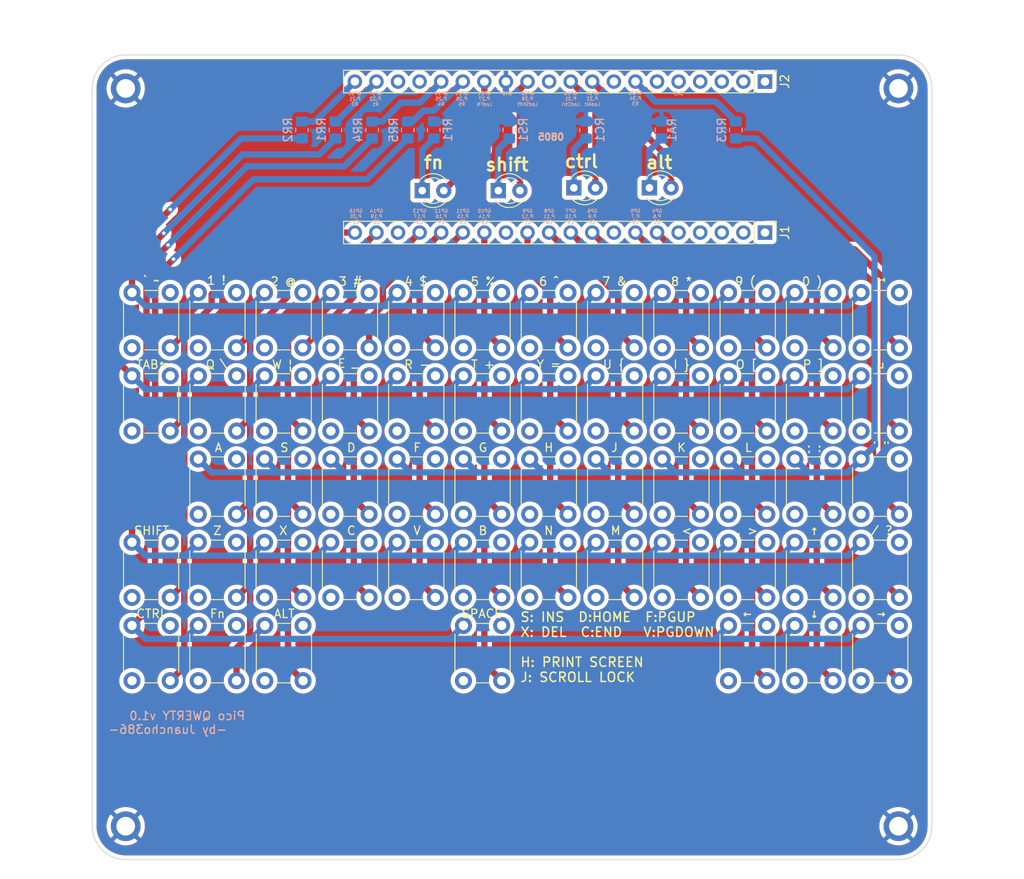
<source format=kicad_pcb>
(kicad_pcb (version 20211014) (generator pcbnew)
  (title_block (title "Pico QWERTY for Cyberdeck") (date "2024-12-02") (rev "v1.0") (comment 1 "by Juancho386") (comment 2 "https://github.com/juancho386/circuits/tree/main/cyberdeck"))
  (layers (0 "F.Cu" signal) (31 "B.Cu" signal) (34 "B.Paste" user) (35 "F.Paste" user) (36 "B.SilkS" user "B.Silkscreen") (37 "F.SilkS" user "F.Silkscreen") (38 "B.Mask" user) (39 "F.Mask" user) (44 "Edge.Cuts" user))
  (net 0 "")
  (net 1 "Net-(Dalt1-Pad1)")
  (net 2 "ledA")
  (net 3 "Net-(Dctrl1-Pad1)")
  (net 4 "ledC")
  (net 5 "3v3")
  (net 6 "c1")
  (net 7 "Net-(Dfn1-Pad1)")
  (net 8 "ledF")
  (net 9 "Net-(Dshift1-Pad1)")
  (net 10 "ledS")
  (net 11 "GND")
  (net 28 "cC")
  (net 29 "cB")
  (net 30 "cA")
  (net 31 "c9")
  (net 32 "c8")
  (net 33 "c7")
  (net 34 "c6")
  (net 35 "c5")
  (net 36 "c4")
  (net 37 "c3")
  (net 38 "c2")
  (net 39 "Net-(J2-Pad15)")
  (net 40 "Net-(J2-Pad16)")
  (net 41 "Net-(RR2-Pad1)")
  (net 42 "Net-(RR1-Pad1)")
  (net 43 "r1")
  (net 44 "r2")
  (net 45 "r3")
  (net 46 "r4")
  (net 47 "r5")
  (net 48 "Net-(RR3-Pad1)")
  (footprint "Button_Switch_THT:SW_PUSH_6mm" (layer "F.Cu") (at 110.144599 79.164 90)
    (fp_text reference "SW1" hide)
    (fp_text value "#1 !")
  )
  (footprint "Button_Switch_THT:SW_PUSH_6mm" (layer "F.Cu") (at 156.944599 79.164 90)
    (fp_text reference "SW7" hide)
    (fp_text value "#7 &")
  )
  (footprint "Button_Switch_THT:SW_PUSH_6mm" (layer "F.Cu") (at 125.744599 88.964 90)
    (fp_text reference "SWe1" hide)
    (fp_text value "E _")
  )
  (footprint "Button_Switch_THT:SW_PUSH_6mm" (layer "F.Cu") (at 133.544599 88.964 90)
    (fp_text reference "SWr1" hide)
    (fp_text value "R -")
  )
  (footprint "Button_Switch_THT:SW_PUSH_6mm" (layer "F.Cu") (at 141.344599 88.964 90)
    (fp_text reference "SWt1" hide)
    (fp_text value "T +")
  )
  (footprint "Button_Switch_THT:SW_PUSH_6mm" (layer "F.Cu") (at 117.944599 98.764 90)
    (fp_text reference "SWs1" hide)
    (fp_text value "S")
  )
  (footprint "Button_Switch_THT:SW_PUSH_6mm" (layer "F.Cu") (at 156.944599 98.764 90)
    (fp_text reference "SWj1" hide)
    (fp_text value "J")
  )
  (footprint "MountingHole:MountingHole_2.2mm_M2_ISO7380_Pad" (layer "F.Cu") (at 101.603588 48.626511)
    (fp_text reference "REF**" hide)
    (fp_text value "MountingHole_2.2mm_M2_ISO7380_Pad")
  )
  (footprint "Button_Switch_THT:SW_PUSH_6mm" (layer "F.Cu") (at 188.144599 79.164 90)
    (fp_text reference "SWdel1" hide)
    (fp_text value "BKPSPC")
  )
  (footprint "Button_Switch_THT:SW_PUSH_6mm" (layer "F.Cu") (at 164.744599 98.764 90)
    (fp_text reference "SWk1" hide)
    (fp_text value "K")
  )
  (footprint "Button_Switch_THT:SW_PUSH_6mm" (layer "F.Cu") (at 102.344599 118.364 90)
    (fp_text reference "SWctrl1" hide)
    (fp_text value "CTRL")
  )
  (footprint "Button_Switch_THT:SW_PUSH_6mm" (layer "F.Cu") (at 180.344599 79.164 90)
    (fp_text reference "SW0" hide)
    (fp_text value "#0 )")
  )
  (footprint "Button_Switch_THT:SW_PUSH_6mm" (layer "F.Cu") (at 117.942002 79.164 90)
    (fp_text reference "SW2" hide)
    (fp_text value "#2 @")
  )
  (footprint "Button_Switch_THT:SW_PUSH_6mm" (layer "F.Cu") (at 172.537404 118.364 90)
    (fp_text reference "SWleft1" hide)
    (fp_text value "←")
  )
  (footprint "Button_Switch_THT:SW_PUSH_6mm" (layer "F.Cu") (at 125.744599 79.164 90)
    (fp_text reference "SW3" hide)
    (fp_text value "#3 #")
  )
  (footprint "Button_Switch_THT:SW_PUSH_6mm" (layer "F.Cu") (at 164.744599 108.564 90)
    (fp_text reference "SWcoma1" hide)
    (fp_text value ", <")
  )
  (footprint "MountingHole:MountingHole_2.2mm_M2_ISO7380_Pad" (layer "F.Cu") (at 192.535588 48.626511)
    (fp_text reference "REF**" hide)
    (fp_text value "MountingHole_2.2mm_M2_ISO7380_Pad")
  )
  (footprint "Button_Switch_THT:SW_PUSH_6mm" (layer "F.Cu") (at 149.144599 79.164 90)
    (fp_text reference "SW6" hide)
    (fp_text value "#6 ^")
  )
  (footprint "LED_THT:LED_D3.0mm" (layer "F.Cu") (at 163.232599 60.335)
    (fp_text reference "Dalt1" hide)
    (fp_text value "ALT" hide)
  )
  (footprint "Button_Switch_THT:SW_PUSH_6mm" (layer "F.Cu") (at 172.544599 88.964 90)
    (fp_text reference "SWo1" hide)
    (fp_text value "O [")
  )
  (footprint "Button_Switch_THT:SW_PUSH_6mm" (layer "F.Cu") (at 180.344599 108.564 90)
    (fp_text reference "SWup1" hide)
    (fp_text value "↑")
  )
  (footprint "MountingHole:MountingHole_2.2mm_M2_ISO7380_Pad" (layer "F.Cu") (at 101.603588 135.494511)
    (fp_text reference "REF**" hide)
    (fp_text value "MountingHole_2.2mm_M2_ISO7380_Pad")
  )
  (footprint "Button_Switch_THT:SW_PUSH_6mm" (layer "F.Cu") (at 102.344599 88.964 90)
    (fp_text reference "SWtab1" hide)
    (fp_text value "TAB⇆")
  )
  (footprint "Button_Switch_THT:SW_PUSH_6mm" (layer "F.Cu") (at 117.973037 118.364 90)
    (fp_text reference "SWalt1" hide)
    (fp_text value "ALT")
  )
  (footprint "LED_THT:LED_D3.0mm" (layer "F.Cu") (at 145.452599 60.660044)
    (fp_text reference "Dshift1" hide)
    (fp_text value "SHIFT" hide)
  )
  (footprint "Button_Switch_THT:SW_PUSH_6mm" (layer "F.Cu") (at 141.344599 108.564 90)
    (fp_text reference "SWb1" hide)
    (fp_text value "B")
  )
  (footprint "Button_Switch_THT:SW_PUSH_6mm" (layer "F.Cu") (at 188.144599 98.764 90)
    (fp_text reference "SWdblquote1" hide)
    (fp_text value "' \"")
  )
  (footprint "Button_Switch_THT:SW_PUSH_6mm" (layer "F.Cu") (at 141.344599 118.364 90)
    (fp_text reference "SWspace1" hide)
    (fp_text value "SPACE")
  )
  (footprint "Button_Switch_THT:SW_PUSH_6mm" (layer "F.Cu") (at 110.144599 118.364 90)
    (fp_text reference "SWfn1" hide)
    (fp_text value "FN")
  )
  (footprint "Button_Switch_THT:SW_PUSH_6mm" (layer "F.Cu") (at 188.144599 108.564 90)
    (fp_text reference "SW/1" hide)
    (fp_text value "/ ?")
  )
  (footprint "Button_Switch_THT:SW_PUSH_6mm" (layer "F.Cu") (at 125.744599 98.764 90)
    (fp_text reference "SWd1" hide)
    (fp_text value "D")
  )
  (footprint "Button_Switch_THT:SW_PUSH_6mm" (layer "F.Cu") (at 164.744599 79.164 90)
    (fp_text reference "SW8" hide)
    (fp_text value "#8 *")
  )
  (footprint "Button_Switch_THT:SW_PUSH_6mm" (layer "F.Cu") (at 172.544599 98.764 90)
    (fp_text reference "SWl1" hide)
    (fp_text value "L")
  )
  (footprint "Button_Switch_THT:SW_PUSH_6mm" (layer "F.Cu") (at 125.744599 108.564 90)
    (fp_text reference "SWc1" hide)
    (fp_text value "C")
  )
  (footprint "Button_Switch_THT:SW_PUSH_6mm" (layer "F.Cu") (at 172.544599 79.164 90)
    (fp_text reference "SW9" hide)
    (fp_text value "#9 (")
  )
  (footprint "LED_THT:LED_D3.0mm" (layer "F.Cu") (at 136.494571 60.660044)
    (fp_text reference "Dfn1" hide)
    (fp_text value "FN" hide)
  )
  (footprint "Button_Switch_THT:SW_PUSH_6mm" (layer "F.Cu") (at 110.164061 88.964 90)
    (fp_text reference "SWq1" hide)
    (fp_text value "Q")
  )
  (footprint "Button_Switch_THT:SW_PUSH_6mm" (layer "F.Cu") (at 149.144599 88.964 90)
    (fp_text reference "SWy1" hide)
    (fp_text value "Y =")
  )
  (footprint "Button_Switch_THT:SW_PUSH_6mm" (layer "F.Cu") (at 110.144599 98.764 90)
    (fp_text reference "SWa1" hide)
    (fp_text value "A")
  )
  (footprint "Connector_PinHeader_2.54mm:PinHeader_1x20_P2.54mm_Vertical" (layer "F.Cu") (at 176.827647 65.598044 -90)
    (fp_text reference "J1")
    (fp_text value "Conn_01x20_MountingPin")
  )
  (footprint "MountingHole:MountingHole_2.2mm_M2_ISO7380_Pad" (layer "F.Cu") (at 192.535588 135.494511)
    (fp_text reference "REF**" hide)
    (fp_text value "MountingHole_2.2mm_M2_ISO7380_Pad")
  )
  (footprint "Button_Switch_THT:SW_PUSH_6mm" (layer "F.Cu") (at 141.344599 79.164 90)
    (fp_text reference "SW5" hide)
    (fp_text value "#5 %")
  )
  (footprint "Button_Switch_THT:SW_PUSH_6mm" (layer "F.Cu") (at 164.744599 88.964 90)
    (fp_text reference "SWi1" hide)
    (fp_text value "I |")
  )
  (footprint "Button_Switch_THT:SW_PUSH_6mm" (layer "F.Cu") (at 133.544599 79.164 90)
    (fp_text reference "SW4" hide)
    (fp_text value "#4 $")
  )
  (footprint "Button_Switch_THT:SW_PUSH_6mm" (layer "F.Cu") (at 149.144599 98.764 90)
    (fp_text reference "SWh1" hide)
    (fp_text value "H")
  )
  (footprint "Button_Switch_THT:SW_PUSH_6mm" (layer "F.Cu") (at 133.544599 108.564 90)
    (fp_text reference "SWv1" hide)
    (fp_text value "V")
  )
  (footprint "Button_Switch_THT:SW_PUSH_6mm" (layer "F.Cu") (at 102.344599 108.564 90)
    (fp_text reference "SWshift1" hide)
    (fp_text value "SHIFT")
  )
  (footprint "Button_Switch_THT:SW_PUSH_6mm" (layer "F.Cu") (at 117.944599 88.964 90)
    (fp_text reference "SWw1" hide)
    (fp_text value "W")
  )
  (footprint "Button_Switch_THT:SW_PUSH_6mm" (layer "F.Cu") (at 172.544599 108.564 90)
    (fp_text reference "SWpunto1" hide)
    (fp_text value ". >")
  )
  (footprint "Button_Switch_THT:SW_PUSH_6mm" (layer "F.Cu") (at 102.344599 79.164 90)
    (fp_text reference "SWquote1" hide)
    (fp_text value "` ~")
  )
  (footprint "Button_Switch_THT:SW_PUSH_6mm" (layer "F.Cu") (at 156.944599 108.564 90)
    (fp_text reference "SWm1" hide)
    (fp_text value "M")
  )
  (footprint "Button_Switch_THT:SW_PUSH_6mm" (layer "F.Cu") (at 180.34 118.364 90)
    (fp_text reference "SWdown1" hide)
    (fp_text value "↓")
  )
  (footprint "Button_Switch_THT:SW_PUSH_6mm" (layer "F.Cu") (at 188.144599 88.964 90)
    (fp_text reference "SWenter1" hide)
    (fp_text value "ENTER↲")
  )
  (footprint "Connector_PinHeader_2.54mm:PinHeader_1x20_P2.54mm_Vertical" (layer "F.Cu") (at 176.827647 47.818044 -90)
    (fp_text reference "J2")
    (fp_text value "Conn_01x20_MountingPin")
  )
  (footprint "Button_Switch_THT:SW_PUSH_6mm" (layer "F.Cu") (at 110.144599 108.564 90)
    (fp_text reference "SWz1" hide)
    (fp_text value "Z")
  )
  (footprint "Button_Switch_THT:SW_PUSH_6mm" (layer "F.Cu") (at 149.144599 108.564 90)
    (fp_text reference "SWn1" hide)
    (fp_text value "N")
  )
  (footprint "Button_Switch_THT:SW_PUSH_6mm" (layer "F.Cu") (at 188.142597 118.364 90)
    (fp_text reference "SWright1" hide)
    (fp_text value "→")
  )
  (footprint "Button_Switch_THT:SW_PUSH_6mm" (layer "F.Cu") (at 180.344599 88.964 90)
    (fp_text reference "SWp1" hide)
    (fp_text value "P ]")
  )
  (footprint "LED_THT:LED_D3.0mm" (layer "F.Cu") (at 154.342599 60.335)
    (fp_text reference "Dctrl1" hide)
    (fp_text value "CTRL" hide)
  )
  (footprint "Button_Switch_THT:SW_PUSH_6mm" (layer "F.Cu") (at 156.944599 88.964 90)
    (fp_text reference "SWu1" hide)
    (fp_text value "U \\")
  )
  (footprint "Button_Switch_THT:SW_PUSH_6mm" (layer "F.Cu") (at 133.544599 98.764 90)
    (fp_text reference "SWf1" hide)
    (fp_text value "F")
  )
  (footprint "Button_Switch_THT:SW_PUSH_6mm" (layer "F.Cu") (at 117.944599 108.564 90)
    (fp_text reference "SWx1" hide)
    (fp_text value "X")
  )
  (footprint "Button_Switch_THT:SW_PUSH_6mm" (layer "F.Cu") (at 180.344599 98.764 90)
    (fp_text reference "SWpuntoycoma1" hide)
    (fp_text value "; :")
  )
  (footprint "Button_Switch_THT:SW_PUSH_6mm" (layer "F.Cu") (at 141.344599 98.764 90)
    (fp_text reference "SWg1" hide)
    (fp_text value "G")
  )
  (footprint "Resistor_SMD:R_0805_2012Metric_Pad1.20x1.40mm_HandSolder" (layer "B.Cu") (at 155.766647 53.518 90)
    (fp_text reference "RC1")
    (fp_text value "330Ω")
  )
  (footprint "Resistor_SMD:R_0805_2012Metric_Pad1.20x1.40mm_HandSolder" (layer "B.Cu") (at 122.343599 53.518 -90)
    (fp_text reference "RR2")
    (fp_text value "R")
  )
  (footprint "Resistor_SMD:R_0805_2012Metric_Pad1.20x1.40mm_HandSolder" (layer "B.Cu") (at 173.397599 53.518 -90)
    (fp_text reference "RR3")
    (fp_text value "R")
  )
  (footprint "Resistor_SMD:R_0805_2012Metric_Pad1.20x1.40mm_HandSolder" (layer "B.Cu") (at 126.280599 53.518 -90)
    (fp_text reference "RR1")
    (fp_text value "R")
  )
  (footprint "Resistor_SMD:R_0805_2012Metric_Pad1.20x1.40mm_HandSolder" (layer "B.Cu") (at 137.859647 53.518 90)
    (fp_text reference "RF1")
    (fp_text value "330Ω")
  )
  (footprint "Resistor_SMD:R_0805_2012Metric_Pad1.20x1.40mm_HandSolder" (layer "B.Cu") (at 134.789599 53.518 -90)
    (fp_text reference "RR5")
    (fp_text value "330ohn")
  )
  (footprint "Resistor_SMD:R_0805_2012Metric_Pad1.20x1.40mm_HandSolder" (layer "B.Cu") (at 146.733647 53.518 90)
    (fp_text reference "RS1")
    (fp_text value "330Ω")
  )
  (footprint "Resistor_SMD:R_0805_2012Metric_Pad1.20x1.40mm_HandSolder" (layer "B.Cu") (at 164.656647 53.518 90)
    (fp_text reference "RA1")
    (fp_text value "330Ω")
  )
  (footprint "Resistor_SMD:R_0805_2012Metric_Pad1.20x1.40mm_HandSolder" (layer "B.Cu") (at 130.598599 53.518 -90)
    (fp_text reference "RR4")
    (fp_text value "R")
  )
  (gr_line locked (start 191.773588 44.689511) (end 102.238588 44.689511) (layer "Edge.Cuts") (width 0.1))
  (gr_arc (start 192.535588 44.689511) (mid 195.319467 45.842632) (end 196.472588 48.626511) (layer "Edge.Cuts") (width 0.1))
  (gr_line (start 97.666588 48.626511) (end 97.666588 135.494511) (layer "Edge.Cuts") (width 0.1))
  (gr_line (start 192.535588 44.689511) (end 191.773588 44.689511) (layer "Edge.Cuts") (width 0.1))
  (gr_arc (start 101.603588 139.431511) (mid 98.819709 138.27839) (end 97.666588 135.494511) (layer "Edge.Cuts") (width 0.1))
  (gr_arc (start 196.472588 135.494511) (mid 195.319467 138.27839) (end 192.535588 139.431511) (layer "Edge.Cuts") (width 0.1))
  (gr_line locked (start 101.603588 44.689511) (end 102.238588 44.689511) (layer "Edge.Cuts") (width 0.1))
  (gr_line (start 196.472588 135.494511) (end 196.472588 48.626511) (layer "Edge.Cuts") (width 0.1))
  (gr_line (start 101.603588 139.431511) (end 192.535588 139.431511) (layer "Edge.Cuts") (width 0.1))
  (gr_arc locked (start 97.666588 48.626511) (mid 98.819709 45.842632) (end 101.603588 44.689511) (layer "Edge.Cuts") (width 0.1))
  (gr_text "GND" (at 146.479647 49.215044) (layer "B.SilkS") (effects (font (size 0.4 0.4) (thickness 0.075)) (justify mirror)))
  (gr_text "GP13\nP.17\nC3" (at 136.192647 63.693044) (layer "B.SilkS") (effects (font (size 0.4 0.4) (thickness 0.075)) (justify mirror)))
  (gr_text "GP16\nP.21\nR2" (at 128.572647 49.850044) (layer "B.SilkS") (effects (font (size 0.4 0.4) (thickness 0.075)) (justify mirror)))
  (gr_text "GP15\nP.20\nC1" (at 128.699647 63.693044) (layer "B.SilkS") (effects (font (size 0.4 0.4) (thickness 0.075)) (justify mirror)))
  (gr_text "GP9\nP.12\nC7" (at 148.892647 63.693044) (layer "B.SilkS") (effects (font (size 0.4 0.4) (thickness 0.075)) (justify mirror)))
  (gr_text "GP20\nP.26\nR5" (at 141.145647 49.850044) (layer "B.SilkS") (effects (font (size 0.4 0.4) (thickness 0.075)) (justify mirror)))
  (gr_text "GP26\nP.31\nLedCtrl" (at 153.972647 49.850044) (layer "B.SilkS") (effects (font (size 0.4 0.4) (thickness 0.075)) (justify mirror)))
  (gr_text "GP12\nP.16\nC4" (at 138.732647 63.693044) (layer "B.SilkS") (effects (font (size 0.4 0.4) (thickness 0.075)) (justify mirror)))
  (gr_text "GP8\nP.11\nC8" (at 151.432647 63.693044) (layer "B.SilkS") (effects (font (size 0.4 0.4) (thickness 0.075)) (justify mirror)))
  (gr_text "GP21\nP.27\nLedFN" (at 143.812647 49.850044) (layer "B.SilkS") (effects (font (size 0.4 0.4) (thickness 0.075)) (justify mirror)))
  (gr_text "GP5\nP.7\nCB" (at 161.592647 63.693044) (layer "B.SilkS") (effects (font (size 0.4 0.4) (thickness 0.075)) (justify mirror)))
  (gr_text "GP7\nP.10\nC9" (at 153.972647 63.693044) (layer "B.SilkS") (effects (font (size 0.4 0.4) (thickness 0.075)) (justify mirror)))
  (gr_text "GP28\nP.34\nR3" (at 161.586599 49.794) (layer "B.SilkS") (effects (font (size 0.4 0.4) (thickness 0.075)) (justify mirror)))
  (gr_text "GP11\nP.15\nC5" (at 141.272647 63.693044) (layer "B.SilkS") (effects (font (size 0.4 0.4) (thickness 0.075)) (justify mirror)))
  (gr_text "GP22\nP.29\nLedShift" (at 148.892647 49.850044) (layer "B.SilkS") (effects (font (size 0.4 0.4) (thickness 0.075)) (justify mirror)))
  (gr_text "GP14\nP.19\nC2" (at 131.112647 63.693044) (layer "B.SilkS") (effects (font (size 0.4 0.4) (thickness 0.075)) (justify mirror)))
  (gr_text "GP4\nP.6\nCC" (at 164.132647 63.693044) (layer "B.SilkS") (effects (font (size 0.4 0.4) (thickness 0.075)) (justify mirror)))
  (gr_text "0805" (at 151.641588 54.341511) (layer "B.SilkS") (effects (font (size 0.8 0.8) (thickness 0.2)) (justify mirror)))
  (gr_text "GP27\nP.32\nLedAlt" (at 156.512647 49.850044) (layer "B.SilkS") (effects (font (size 0.4 0.4) (thickness 0.075)) (justify mirror)))
  (gr_text "GP6\nP.9\nCA" (at 156.512647 63.693044) (layer "B.SilkS") (effects (font (size 0.4 0.4) (thickness 0.075)) (justify mirror)))
  (gr_text "GP17\nP.22\nR1" (at 130.985647 49.850044) (layer "B.SilkS") (effects (font (size 0.4 0.4) (thickness 0.075)) (justify mirror)))
  (gr_text "3v3" (at 166.672647 49.215044) (layer "B.SilkS") (effects (font (size 0.4 0.4) (thickness 0.075)) (justify mirror)))
  (gr_text "Pico QWERTY v1.0\n      -by Juancho386-" (at 108.842588 123.302511) (layer "B.SilkS") (effects (font (size 1 1)) (justify mirror)))
  (gr_text "GP19\nP.25\nR4" (at 138.732647 49.850044) (layer "B.SilkS") (effects (font (size 0.4 0.4) (thickness 0.075)) (justify mirror)))
  (gr_text "GP10\nP.14\nC6" (at 143.812647 63.693044) (layer "B.SilkS") (effects (font (size 0.4 0.4) (thickness 0.075)) (justify mirror)))
  (gr_text "S: INS  D:HOME  F:PGUP\nX: DEL  C:END   V:PGDOWN\n\nH: PRINT SCREEN\nJ: SCROLL LOCK" (at 147.958588 114.412511) (layer "F.SilkS") (effects (font (size 1.1 1.1) (thickness 0.175)) (justify left)))
  (gr_text "/ ?" (at 190.503588 100.696511) (layer "F.SilkS") (effects (font (size 1 1))))
  (gr_text "V" (at 135.893588 100.696511) (layer "F.SilkS") (effects (font (size 1 1))))
  (gr_text "2 @" (at 120.145588 71.359511) (layer "F.SilkS") (effects (font (size 1 1))))
  (gr_text "0 )" (at 182.375588 71.359511) (layer "F.SilkS") (effects (font (size 1 1))))
  (gr_text "K" (at 167.008588 90.917511) (layer "F.SilkS") (effects (font (size 1 1))))
  (gr_text "4 $" (at 135.766588 71.359511) (layer "F.SilkS") (effects (font (size 1 1))))
  (gr_text "5 %" (at 143.640588 71.359511) (layer "F.SilkS") (effects (font (size 1 1))))
  (gr_text "fn" (at 137.843647 57.343044) (layer "F.SilkS") (effects (font (size 1.5 1.5) (thickness 0.3))))
  (gr_text "8 *" (at 167.008588 71.359511) (layer "F.SilkS") (effects (font (size 1 1))))
  (gr_text "L" (at 174.882588 90.917511) (layer "F.SilkS") (effects (font (size 1 1))))
  (gr_text "1 !" (at 112.271588 71.232511) (layer "F.SilkS") (effects (font (size 1 1))))
  (gr_text "D" (at 128.146588 90.917511) (layer "F.SilkS") (effects (font (size 1 1))))
  (gr_text "A" (at 112.525588 90.917511) (layer "F.SilkS") (effects (font (size 1 1))))
  (gr_text "T +" (at 143.640588 81.138511) (layer "F.SilkS") (effects (font (size 1 1))))
  (gr_text "←" (at 174.755588 110.475511) (layer "F.SilkS") (effects (font (size 1 1))))
  (gr_text "R -" (at 135.893588 81.138511) (layer "F.SilkS") (effects (font (size 1 1))))
  (gr_text "; :" (at 182.629588 90.917511) (layer "F.SilkS") (effects (font (size 1 1))))
  (gr_text "SPACE" (at 143.513588 110.475511) (layer "F.SilkS") (effects (font (size 1 1))))
  (gr_text "CTRL" (at 104.651588 110.475511) (layer "F.SilkS") (effects (font (size 1 1))))
  (gr_text "Y =" (at 151.387588 81.138511) (layer "F.SilkS") (effects (font (size 1 1))))
  (gr_text "Q \\" (at 112.271588 81.138511) (layer "F.SilkS") (effects (font (size 1 1))))
  (gr_text "O [" (at 174.628588 81.138511) (layer "F.SilkS") (effects (font (size 1 1))))
  (gr_text "SHIFT" (at 104.651588 100.696511) (layer "F.SilkS") (effects (font (size 1 1))))
  (gr_text "TAB⇆" (at 104.778588 81.138511) (layer "F.SilkS") (effects (font (size 1 1))))
  (gr_text "↤" (at 190.503588 71.105511) (layer "F.SilkS") (effects (font (size 1 1))))
  (gr_text "3 #" (at 128.019588 71.359511) (layer "F.SilkS") (effects (font (size 1 1))))
  (gr_text "Fn" (at 112.398588 110.475511) (layer "F.SilkS") (effects (font (size 1 1))))
  (gr_text "ctrl" (at 155.242647 57.216044) (layer "F.SilkS") (effects (font (size 1.5 1.5) (thickness 0.3))))
  (gr_text "X" (at 120.145588 100.696511) (layer "F.SilkS") (effects (font (size 1 1))))
  (gr_text "shift" (at 146.479647 57.597044) (layer "F.SilkS") (effects (font (size 1.5 1.5) (thickness 0.3))))
  (gr_text "ALT" (at 120.272588 110.475511) (layer "F.SilkS") (effects (font (size 1 1))))
  (gr_text "Z" (at 112.398588 100.696511) (layer "F.SilkS") (effects (font (size 1 1))))
  (gr_text "C" (at 128.146588 100.696511) (layer "F.SilkS") (effects (font (size 1 1))))
  (gr_text "↑" (at 182.629588 100.696511) (layer "F.SilkS") (effects (font (size 1 1))))
  (gr_text "S" (at 120.272588 90.917511) (layer "F.SilkS") (effects (font (size 1 1))))
  (gr_text "alt" (at 164.386647 57.343044) (layer "F.SilkS") (effects (font (size 1.5 1.5) (thickness 0.3))))
  (gr_text "↲" (at 190.503588 81.265511) (layer "F.SilkS") (effects (font (size 1 1))))
  (gr_text "M" (at 159.261588 100.696511) (layer "F.SilkS") (effects (font (size 1 1))))
  (gr_text ". >" (at 174.755588 100.696511) (layer "F.SilkS") (effects (font (size 1 1))))
  (gr_text "F" (at 135.893588 90.917511) (layer "F.SilkS") (effects (font (size 1 1))))
  (gr_text "7 &" (at 159.134588 71.359511) (layer "F.SilkS") (effects (font (size 1 1))))
  (gr_text "B" (at 143.640588 100.696511) (layer "F.SilkS") (effects (font (size 1 1))))
  (gr_text "↓" (at 182.629588 110.475511) (layer "F.SilkS") (effects (font (size 1 1))))
  (gr_text "I }" (at 167.008588 81.138511) (layer "F.SilkS") (effects (font (size 1 1))))
  (gr_text "E _" (at 127.765588 81.011511) (layer "F.SilkS") (effects (font (size 1 1))))
  (gr_text "' {dblquote}" (at 190.503588 90.790511) (layer "F.SilkS") (effects (font (size 1 1))))
  (gr_text "U {" (at 159.007588 81.138511) (layer "F.SilkS") (effects (font (size 1 1))))
  (gr_text "→" (at 190.503588 110.475511) (layer "F.SilkS") (effects (font (size 1 1))))
  (gr_text "9 (" (at 174.501588 71.359511) (layer "F.SilkS") (effects (font (size 1 1))))
  (gr_text ", <" (at 167.008588 100.696511) (layer "F.SilkS") (effects (font (size 1 1))))
  (gr_text "P ]" (at 182.502588 81.138511) (layer "F.SilkS") (effects (font (size 1 1))))
  (gr_text "N" (at 151.387588 100.696511) (layer "F.SilkS") (effects (font (size 1 1))))
  (gr_text "G" (at 143.640588 90.917511) (layer "F.SilkS") (effects (font (size 1 1))))
  (gr_text "H" (at 151.387588 90.917511) (layer "F.SilkS") (effects (font (size 1 1))))
  (gr_text "6 ^" (at 151.387588 71.359511) (layer "F.SilkS") (effects (font (size 1 1))))
  (gr_text "W ¦" (at 120.018588 81.138511) (layer "F.SilkS") (effects (font (size 1 1))))
  (gr_text "J\n" (at 159.134588 90.917511) (layer "F.SilkS") (effects (font (size 1 1))))
  (segment (start 163.232599 55.942048) (end 164.656647 54.518) (width 0.75) (layer "B.Cu") (net 1))
  (segment (start 163.232599 60.335) (end 163.232599 55.942048) (width 0.75) (layer "B.Cu") (net 1))
  (segment (start 165.772599 57.082996) (end 156.507647 47.818044) (width 0.75) (layer "F.Cu") (net 2))
  (segment (start 165.772599 60.335) (end 165.772599 57.082996) (width 0.75) (layer "F.Cu") (net 2))
  (segment (start 154.342599 55.768) (end 154.342599 60.335) (width 0.75) (layer "B.Cu") (net 3))
  (segment (start 155.592599 54.518) (end 154.342599 55.768) (width 0.75) (layer "B.Cu") (net 3))
  (segment (start 155.766647 54.518) (end 155.592599 54.518) (width 0.75) (layer "B.Cu") (net 3))
  (segment (start 156.882599 50.732996) (end 153.967647 47.818044) (width 0.75) (layer "F.Cu") (net 4))
  (segment (start 156.882599 60.335) (end 156.882599 50.732996) (width 0.75) (layer "F.Cu") (net 4))
  (segment (start 108.500599 106.908) (end 108.500599 116.708) (width 0.75) (layer "F.Cu") (net 6))
  (segment (start 111.71911 72.864489) (end 118.985555 65.598044) (width 0.75) (layer "F.Cu") (net 6))
  (segment (start 108.500599 87.308) (end 108.500599 77.508) (width 0.75) (layer "F.Cu") (net 6))
  (segment (start 108.500599 116.708) (end 106.844599 118.364) (width 0.75) (layer "F.Cu") (net 6))
  (segment (start 118.985555 65.598044) (end 128.567647 65.598044) (width 0.75) (layer "F.Cu") (net 6))
  (segment (start 108.500599 77.508) (end 108.832099 77.1765) (width 0.75) (layer "F.Cu") (net 6))
  (segment (start 108.832099 77.1765) (end 111.71911 74.289489) (width 0.75) (layer "F.Cu") (net 6))
  (segment (start 108.500599 106.908) (end 106.844599 108.564) (width 0.75) (layer "F.Cu") (net 6))
  (segment (start 111.71911 74.289489) (end 111.71911 72.864489) (width 0.75) (layer "F.Cu") (net 6))
  (segment (start 106.844599 79.164) (end 108.832099 77.1765) (width 0.75) (layer "F.Cu") (net 6))
  (segment (start 106.844599 88.964) (end 108.500599 87.308) (width 0.75) (layer "F.Cu") (net 6))
  (segment (start 108.500599 87.308) (end 108.500599 106.908) (width 0.75) (layer "F.Cu") (net 6))
  (segment (start 136.494571 55.883076) (end 137.859647 54.518) (width 0.75) (layer "B.Cu") (net 7))
  (segment (start 136.494571 60.660044) (end 136.494571 55.883076) (width 0.75) (layer "B.Cu") (net 7))
  (segment (start 143.807647 55.886968) (end 143.807647 47.818044) (width 0.75) (layer "F.Cu") (net 8))
  (segment (start 139.034571 60.660044) (end 143.807647 55.886968) (width 0.75) (layer "F.Cu") (net 8))
  (segment (start 145.452599 55.799048) (end 146.733647 54.518) (width 0.75) (layer "B.Cu") (net 9))
  (segment (start 145.452599 60.660044) (end 145.452599 55.799048) (width 0.75) (layer "B.Cu") (net 9))
  (segment (start 147.992599 48.713092) (end 148.887647 47.818044) (width 0.75) (layer "F.Cu") (net 10))
  (segment (start 147.992599 60.660044) (end 147.992599 48.713092) (width 0.75) (layer "F.Cu") (net 10))
  (segment (start 155.766647 52.518) (end 164.656647 52.518) (width 0.75) (layer "B.Cu") (net 11))
  (segment (start 146.347647 51.316952) (end 146.347647 52.132) (width 0.75) (layer "B.Cu") (net 11))
  (segment (start 137.859647 52.518) (end 145.146599 52.518) (width 0.75) (layer "B.Cu") (net 11))
  (segment (start 146.358551 51.316952) (end 147.559599 52.518) (width 0.75) (layer "B.Cu") (net 11))
  (segment (start 146.347647 47.818044) (end 146.347647 51.316952) (width 0.75) (layer "B.Cu") (net 11))
  (segment (start 146.733647 52.518) (end 147.559599 52.518) (width 0.75) (layer "B.Cu") (net 11))
  (segment (start 147.559599 52.518) (end 155.766647 52.518) (width 0.75) (layer "B.Cu") (net 11))
  (segment (start 146.347647 52.274044) (end 146.733647 52.660044) (width 0.75) (layer "B.Cu") (net 11))
  (segment (start 146.347647 52.132) (end 146.733647 52.518) (width 0.75) (layer "B.Cu") (net 11))
  (segment (start 146.347647 51.316952) (end 146.358551 51.316952) (width 0.75) (layer "B.Cu") (net 11))
  (segment (start 145.146599 52.518) (end 146.347647 51.316952) (width 0.75) (layer "B.Cu") (net 11))
  (segment (start 145.146599 52.518) (end 146.733647 52.518) (width 0.75) (layer "B.Cu") (net 11))
  (segment (start 192.644599 88.964) (end 190.796599 87.116) (width 0.75) (layer "F.Cu") (net 28))
  (segment (start 164.127647 65.598044) (end 166.103603 67.574) (width 0.75) (layer "F.Cu") (net 28))
  (segment (start 190.796599 116.518002) (end 192.642597 118.364) (width 0.75) (layer "F.Cu") (net 28))
  (segment (start 166.103603 67.574) (end 187.367599 67.574) (width 0.75) (layer "F.Cu") (net 28))
  (segment (start 192.644599 108.564) (end 190.796599 106.716) (width 0.75) (layer "F.Cu") (net 28))
  (segment (start 190.796599 96.916) (end 190.796599 96.403) (width 0.75) (layer "F.Cu") (net 28))
  (segment (start 187.367599 67.574) (end 190.796599 71.003) (width 0.75) (layer "F.Cu") (net 28))
  (segment (start 190.796599 71.003) (end 190.796599 76.845) (width 0.75) (layer "F.Cu") (net 28))
  (segment (start 190.796599 87.386) (end 190.796599 86.243) (width 0.75) (layer "F.Cu") (net 28))
  (segment (start 190.796599 96.403) (end 190.796599 106.309) (width 0.75) (layer "F.Cu") (net 28))
  (segment (start 190.796599 106.309) (end 190.796599 116.518002) (width 0.75) (layer "F.Cu") (net 28))
  (segment (start 190.796599 76.845) (end 190.796599 77.316) (width 0.75) (layer "F.Cu") (net 28))
  (segment (start 192.644599 98.764) (end 190.796599 96.916) (width 0.75) (layer "F.Cu") (net 28))
  (segment (start 190.796599 87.116) (end 190.796599 86.243) (width 0.75) (layer "F.Cu") (net 28))
  (segment (start 190.796599 86.243) (end 190.796599 76.845) (width 0.75) (layer "F.Cu") (net 28))
  (segment (start 190.796599 77.316) (end 192.644599 79.164) (width 0.75) (layer "F.Cu") (net 28))
  (segment (start 190.796599 106.716) (end 190.796599 106.309) (width 0.75) (layer "F.Cu") (net 28))
  (segment (start 190.796599 87.386) (end 190.796599 96.403) (width 0.75) (layer "F.Cu") (net 28))
  (segment (start 182.922599 106.69) (end 182.922599 116.446599) (width 0.75) (layer "F.Cu") (net 29))
  (segment (start 182.922599 71.384) (end 182.922599 77.242) (width 0.75) (layer "F.Cu") (net 29))
  (segment (start 164.706603 68.717) (end 180.255599 68.717) (width 0.75) (layer "F.Cu") (net 29))
  (segment (start 182.922599 77.242) (end 182.922599 86.37) (width 0.75) (layer "F.Cu") (net 29))
  (segment (start 182.970599 106.69) (end 182.922599 106.69) (width 0.75) (layer "F.Cu") (net 29))
  (segment (start 182.922599 87.042) (end 182.922599 86.37) (width 0.75) (layer "F.Cu") (net 29))
  (segment (start 182.922599 96.784) (end 182.922599 106.69) (width 0.75) (layer "F.Cu") (net 29))
  (segment (start 184.844599 88.964) (end 182.922599 87.042) (width 0.75) (layer "F.Cu") (net 29))
  (segment (start 182.922599 116.446599) (end 184.84 118.364) (width 0.75) (layer "F.Cu") (net 29))
  (segment (start 182.922599 86.37) (end 182.922599 96.784) (width 0.75) (layer "F.Cu") (net 29))
  (segment (start 182.922599 77.242) (end 184.844599 79.164) (width 0.75) (layer "F.Cu") (net 29))
  (segment (start 161.587647 65.598044) (end 164.706603 68.717) (width 0.75) (layer "F.Cu") (net 29))
  (segment (start 184.844599 108.564) (end 182.970599 106.69) (width 0.75) (layer "F.Cu") (net 29))
  (segment (start 180.255599 68.717) (end 182.922599 71.384) (width 0.75) (layer "F.Cu") (net 29))
  (segment (start 182.922599 96.842) (end 182.922599 96.784) (width 0.75) (layer "F.Cu") (net 29))
  (segment (start 184.844599 98.764) (end 182.922599 96.842) (width 0.75) (layer "F.Cu") (net 29))
  (segment (start 164.253599 69.86) (end 172.635599 69.86) (width 0.75) (layer "F.Cu") (net 30))
  (segment (start 156.507647 65.598044) (end 158.483603 67.574) (width 0.75) (layer "F.Cu") (net 30))
  (segment (start 161.967599 67.574) (end 164.253599 69.86) (width 0.75) (layer "F.Cu") (net 30))
  (segment (start 175.302599 97.022) (end 175.302599 96.149) (width 0.75) (layer "F.Cu") (net 30))
  (segment (start 158.483603 67.574) (end 161.967599 67.574) (width 0.75) (layer "F.Cu") (net 30))
  (segment (start 175.302599 72.527) (end 175.302599 77.422) (width 0.75) (layer "F.Cu") (net 30))
  (segment (start 175.302599 96.149) (end 175.302599 105.801) (width 0.75) (layer "F.Cu") (net 30))
  (segment (start 177.044599 98.764) (end 175.302599 97.022) (width 0.75) (layer "F.Cu") (net 30))
  (segment (start 177.044599 108.564) (end 175.302599 106.822) (width 0.75) (layer "F.Cu") (net 30))
  (segment (start 175.302599 87.222) (end 175.302599 86.37) (width 0.75) (layer "F.Cu") (net 30))
  (segment (start 175.302599 77.422) (end 177.044599 79.164) (width 0.75) (layer "F.Cu") (net 30))
  (segment (start 175.302599 86.37) (end 175.302599 96.149) (width 0.75) (layer "F.Cu") (net 30))
  (segment (start 172.635599 69.86) (end 175.302599 72.527) (width 0.75) (layer "F.Cu") (net 30))
  (segment (start 175.302599 106.822) (end 175.302599 105.801) (width 0.75) (layer "F.Cu") (net 30))
  (segment (start 177.044599 88.964) (end 175.302599 87.222) (width 0.75) (layer "F.Cu") (net 30))
  (segment (start 175.302599 77.422) (end 175.302599 86.37) (width 0.75) (layer "F.Cu") (net 30))
  (segment (start 175.302599 105.801) (end 175.302599 116.629195) (width 0.75) (layer "F.Cu") (net 30))
  (segment (start 175.302599 116.629195) (end 177.037404 118.364) (width 0.75) (layer "F.Cu") (net 30))
  (segment (start 167.555599 87.275) (end 167.555599 86.751) (width 0.75) (layer "F.Cu") (net 31))
  (segment (start 169.244599 88.964) (end 167.555599 87.275) (width 0.75) (layer "F.Cu") (net 31))
  (segment (start 167.555599 86.751) (end 167.555599 76.718) (width 0.75) (layer "F.Cu") (net 31))
  (segment (start 161.459599 68.844) (end 163.425119 70.80952) (width 0.75) (layer "F.Cu") (net 31))
  (segment (start 167.555599 76.718) (end 167.555599 72.908) (width 0.75) (layer "F.Cu") (net 31))
  (segment (start 153.967647 65.598044) (end 157.213603 68.844) (width 0.75) (layer "F.Cu") (net 31))
  (segment (start 157.213603 68.844) (end 161.459599 68.844) (width 0.75) (layer "F.Cu") (net 31))
  (segment (start 169.244599 98.764) (end 167.555599 97.075) (width 0.75) (layer "F.Cu") (net 31))
  (segment (start 169.244599 79.164) (end 167.555599 77.475) (width 0.75) (layer "F.Cu") (net 31))
  (segment (start 167.555599 96.149) (end 167.555599 86.751) (width 0.75) (layer "F.Cu") (net 31))
  (segment (start 163.425119 70.80952) (end 165.457119 70.80952) (width 0.75) (layer "F.Cu") (net 31))
  (segment (start 167.555599 106.875) (end 167.555599 96.149) (width 0.75) (layer "F.Cu") (net 31))
  (segment (start 167.555599 72.908) (end 167.174599 72.527) (width 0.75) (layer "F.Cu") (net 31))
  (segment (start 167.555599 77.475) (end 167.555599 76.718) (width 0.75) (layer "F.Cu") (net 31))
  (segment (start 169.244599 108.564) (end 167.555599 106.875) (width 0.75) (layer "F.Cu") (net 31))
  (segment (start 167.555599 97.075) (end 167.555599 96.149) (width 0.75) (layer "F.Cu") (net 31))
  (segment (start 165.457119 70.80952) (end 167.174599 72.527) (width 0.75) (layer "F.Cu") (net 31))
  (segment (start 159.554599 96.874) (end 159.554599 95.768) (width 0.75) (layer "F.Cu") (net 32))
  (segment (start 156.252599 70.422996) (end 156.252599 70.495) (width 0.75) (layer "F.Cu") (net 32))
  (segment (start 159.554599 95.768) (end 159.554599 86.37) (width 0.75) (layer "F.Cu") (net 32))
  (segment (start 161.444599 108.564) (end 159.554599 106.674) (width 0.75) (layer "F.Cu") (net 32))
  (segment (start 156.252599 70.495) (end 157.002295 70.495) (width 0.75) (layer "F.Cu") (net 32))
  (segment (start 159.554599 76.845) (end 159.554599 73.047304) (width 0.75) (layer "F.Cu") (net 32))
  (segment (start 161.444599 79.164) (end 159.554599 77.274) (width 0.75) (layer "F.Cu") (net 32))
  (segment (start 159.554599 86.37) (end 159.554599 76.845) (width 0.75) (layer "F.Cu") (net 32))
  (segment (start 151.427647 65.598044) (end 156.252599 70.422996) (width 0.75) (layer "F.Cu") (net 32))
  (segment (start 159.554599 87.074) (end 159.554599 86.37) (width 0.75) (layer "F.Cu") (net 32))
  (segment (start 161.444599 88.964) (end 159.554599 87.074) (width 0.75) (layer "F.Cu") (net 32))
  (segment (start 161.444599 98.764) (end 159.554599 96.874) (width 0.75) (layer "F.Cu") (net 32))
  (segment (start 159.554599 106.674) (end 159.554599 95.768) (width 0.75) (layer "F.Cu") (net 32))
  (segment (start 157.002295 70.495) (end 158.659447 72.152152) (width 0.75) (layer "F.Cu") (net 32))
  (segment (start 159.554599 77.274) (end 159.554599 76.845) (width 0.75) (layer "F.Cu") (net 32))
  (segment (start 159.554599 73.047304) (end 158.659447 72.152152) (width 0.75) (layer "F.Cu") (net 32))
  (segment (start 153.644599 98.764) (end 151.553599 96.673) (width 0.75) (layer "F.Cu") (net 33))
  (segment (start 151.553599 86.116) (end 151.553599 96.276) (width 0.75) (layer "F.Cu") (net 33))
  (segment (start 151.553599 106.473) (end 153.644599 108.564) (width 0.75) (layer "F.Cu") (net 33))
  (segment (start 151.553599 96.673) (end 151.553599 96.276) (width 0.75) (layer "F.Cu") (net 33))
  (segment (start 151.553599 77.073) (end 153.644599 79.164) (width 0.75) (layer "F.Cu") (net 33))
  (segment (start 153.644599 88.964) (end 151.553599 86.873) (width 0.75) (layer "F.Cu") (net 33))
  (segment (start 151.553599 96.276) (end 151.553599 106.473) (width 0.75) (layer "F.Cu") (net 33))
  (segment (start 151.553599 77.073) (end 151.553599 86.116) (width 0.75) (layer "F.Cu") (net 33))
  (segment (start 151.553599 86.873) (end 151.553599 86.116) (width 0.75) (layer "F.Cu") (net 33))
  (segment (start 151.553599 72.654) (end 151.553599 77.073) (width 0.75) (layer "F.Cu") (net 33))
  (segment (start 148.887647 65.598044) (end 148.887647 69.988048) (width 0.75) (layer "F.Cu") (net 33))
  (segment (start 148.887647 69.988048) (end 151.553599 72.654) (width 0.75) (layer "F.Cu") (net 33))
  (segment (start 143.807647 86.876952) (end 143.807647 96.147952) (width 0.75) (layer "F.Cu") (net 34))
  (segment (start 143.807647 77.127048) (end 145.844599 79.164) (width 0.75) (layer "F.Cu") (net 34))
  (segment (start 143.807647 77.127048) (end 143.807647 86.876952) (width 0.75) (layer "F.Cu") (net 34))
  (segment (start 143.807647 96.727048) (end 143.807647 96.147952) (width 0.75) (layer "F.Cu") (net 34))
  (segment (start 143.807647 96.147952) (end 143.807647 105.672952) (width 0.75) (layer "F.Cu") (net 34))
  (segment (start 145.844599 108.564) (end 143.807647 106.527048) (width 0.75) (layer "F.Cu") (net 34))
  (segment (start 143.807647 76.465048) (end 143.807647 77.127048) (width 0.75) (layer "F.Cu") (net 34))
  (segment (start 143.807647 105.672952) (end 143.807647 116.327048) (width 0.75) (layer "F.Cu") (net 34))
  (segment (start 143.807647 86.927048) (end 143.807647 86.876952) (width 0.75) (layer "F.Cu") (net 34))
  (segment (start 143.807647 116.327048) (end 145.844599 118.364) (width 0.75) (layer "F.Cu") (net 34))
  (segment (start 145.844599 98.764) (end 143.807647 96.727048) (width 0.75) (layer "F.Cu") (net 34))
  (segment (start 145.844599 88.964) (end 143.807647 86.927048) (width 0.75) (layer "F.Cu") (net 34))
  (segment (start 143.807647 106.527048) (end 143.807647 105.672952) (width 0.75) (layer "F.Cu") (net 34))
  (segment (start 143.807647 76.465048) (end 143.807647 65.598044) (width 0.75) (layer "F.Cu") (net 34))
  (segment (start 136.186599 75.575) (end 136.186599 77.306) (width 0.75) (layer "F.Cu") (net 35))
  (segment (start 136.186599 95.768) (end 136.186599 106.706) (width 0.75) (layer "F.Cu") (net 35))
  (segment (start 136.186599 75.575) (end 136.186599 86.878) (width 0.75) (layer "F.Cu") (net 35))
  (segment (start 138.044599 98.764) (end 136.186599 96.906) (width 0.75) (layer "F.Cu") (net 35))
  (segment (start 136.186599 87.106) (end 136.186599 86.878) (width 0.75) (layer "F.Cu") (net 35))
  (segment (start 136.186599 77.306) (end 138.044599 79.164) (width 0.75) (layer "F.Cu") (net 35))
  (segment (start 136.186599 86.878) (end 136.186599 95.768) (width 0.75) (layer "F.Cu") (net 35))
  (segment (start 136.186599 106.706) (end 138.044599 108.564) (width 0.75) (layer "F.Cu") (net 35))
  (segment (start 136.186599 96.906) (end 136.186599 95.768) (width 0.75) (layer "F.Cu") (net 35))
  (segment (start 136.186599 70.679092) (end 141.267647 65.598044) (width 0.75) (layer "F.Cu") (net 35))
  (segment (start 136.186599 74.94) (end 136.186599 75.575) (width 0.75) (layer "F.Cu") (net 35))
  (segment (start 136.186599 74.522) (end 136.186599 74.94) (width 0.75) (layer "F.Cu") (net 35))
  (segment (start 138.044599 88.964) (end 136.186599 87.106) (width 0.75) (layer "F.Cu") (net 35))
  (segment (start 136.186599 74.94) (end 136.186599 70.679092) (width 0.75) (layer "F.Cu") (net 35))
  (segment (start 131.868599 74.178) (end 131.360599 74.686) (width 0.75) (layer "F.Cu") (net 36))
  (segment (start 130.244599 88.964) (end 128.439599 87.159) (width 0.75) (layer "F.Cu") (net 36))
  (segment (start 130.244599 79.164) (end 130.244599 75.802) (width 0.75) (layer "F.Cu") (net 36))
  (segment (start 136.370691 67.955) (end 136.026903 67.955) (width 0.75) (layer "F.Cu") (net 36))
  (segment (start 138.727647 65.598044) (end 136.370691 67.955) (width 0.75) (layer "F.Cu") (net 36))
  (segment (start 128.439599 95.895) (end 128.439599 86.624) (width 0.75) (layer "F.Cu") (net 36))
  (segment (start 130.244599 108.564) (end 128.439599 106.759) (width 0.75) (layer "F.Cu") (net 36))
  (segment (start 130.244599 75.802) (end 131.360599 74.686) (width 0.75) (layer "F.Cu") (net 36))
  (segment (start 136.026903 67.955) (end 131.868599 72.113304) (width 0.75) (layer "F.Cu") (net 36))
  (segment (start 130.244599 98.764) (end 128.439599 96.959) (width 0.75) (layer "F.Cu") (net 36))
  (segment (start 128.439599 96.959) (end 128.439599 95.895) (width 0.75) (layer "F.Cu") (net 36))
  (segment (start 128.439599 86.624) (end 128.439599 77.607) (width 0.75) (layer "F.Cu") (net 36))
  (segment (start 128.439599 106.759) (end 128.439599 98.308) (width 0.75) (layer "F.Cu") (net 36))
  (segment (start 128.439599 98.308) (end 128.439599 95.895) (width 0.75) (layer "F.Cu") (net 36))
  (segment (start 131.868599 72.113304) (end 131.868599 74.178) (width 0.75) (layer "F.Cu") (net 36))
  (segment (start 131.360599 74.686) (end 128.439599 77.607) (width 0.75) (layer "F.Cu") (net 36))
  (segment (start 128.439599 87.159) (end 128.439599 86.624) (width 0.75) (layer "F.Cu") (net 36))
  (segment (start 122.442002 79.164) (end 125.2668 76.339201) (width 0.75) (layer "F.Cu") (net 37))
  (segment (start 128.312599 73.293403) (end 128.312599 71.638) (width 0.75) (layer "F.Cu") (net 37))
  (segment (start 128.312599 71.638) (end 130.471599 69.479) (width 0.75) (layer "F.Cu") (net 37))
  (segment (start 120.692599 97.012) (end 120.692599 96.53) (width 0.75) (layer "F.Cu") (net 37))
  (segment (start 120.692599 116.583562) (end 122.473037 118.364) (width 0.75) (layer "F.Cu") (net 37))
  (segment (start 122.444599 88.964) (end 120.692599 87.212) (width 0.75) (layer "F.Cu") (net 37))
  (segment (start 120.692599 78.369) (end 120.692599 86.497) (width 0.75) (layer "F.Cu") (net 37))
  (segment (start 130.471599 69.479) (end 132.306691 69.479) (width 0.75) (layer "F.Cu") (net 37))
  (segment (start 125.2668 76.339201) (end 128.312599 73.293403) (width 0.75) (layer "F.Cu") (net 37))
  (segment (start 122.444599 98.764) (end 120.692599 97.012) (width 0.75) (layer "F.Cu") (net 37))
  (segment (start 122.470599 76.591) (end 125.015001 76.591) (width 0.75) (layer "F.Cu") (net 37))
  (segment (start 132.306691 69.479) (end 136.187647 65.598044) (width 0.75) (layer "F.Cu") (net 37))
  (segment (start 120.692599 106.182) (end 120.692599 116.583562) (width 0.75) (layer "F.Cu") (net 37))
  (segment (start 120.692599 106.812) (end 120.692599 106.182) (width 0.75) (layer "F.Cu") (net 37))
  (segment (start 122.470599 76.591) (end 120.692599 78.369) (width 0.75) (layer "F.Cu") (net 37))
  (segment (start 120.692599 96.53) (end 120.692599 106.182) (width 0.75) (layer "F.Cu") (net 37))
  (segment (start 122.444599 108.564) (end 120.692599 106.812) (width 0.75) (layer "F.Cu") (net 37))
  (segment (start 125.015001 76.591) (end 125.2668 76.339201) (width 0.75) (layer "F.Cu") (net 37))
  (segment (start 120.692599 86.497) (end 120.692599 96.53) (width 0.75) (layer "F.Cu") (net 37))
  (segment (start 120.692599 87.212) (end 120.692599 86.497) (width 0.75) (layer "F.Cu") (net 37))
  (segment (start 114.644599 114.516) (end 116.247599 112.913) (width 0.75) (layer "F.Cu") (net 38))
  (segment (start 116.247599 96.403) (end 116.247599 87.894) (width 0.75) (layer "F.Cu") (net 38))
  (segment (start 120.565599 71.511) (end 121.454599 70.622) (width 0.75) (layer "F.Cu") (net 38))
  (segment (start 114.644599 79.164) (end 117.177099 76.6315) (width 0.75) (layer "F.Cu") (net 38))
  (segment (start 120.565599 73.243) (end 120.565599 72.273) (width 0.75) (layer "F.Cu") (net 38))
  (segment (start 116.247599 87.894) (end 116.247599 87.386) (width 0.75) (layer "F.Cu") (net 38))
  (segment (start 120.565599 72.273) (end 120.565599 71.511) (width 0.75) (layer "F.Cu") (net 38))
  (segment (start 116.247599 106.309) (end 116.247599 96.403) (width 0.75) (layer "F.Cu") (net 38))
  (segment (start 116.247599 97.161) (end 116.247599 96.403) (width 0.75) (layer "F.Cu") (net 38))
  (segment (start 116.247599 87.894) (end 116.247599 77.561) (width 0.75) (layer "F.Cu") (net 38))
  (segment (start 116.247599 106.961) (end 116.247599 106.309) (width 0.75) (layer "F.Cu") (net 38))
  (segment (start 114.644599 98.764) (end 116.247599 97.161) (width 0.75) (layer "F.Cu") (net 38))
  (segment (start 117.177099 76.6315) (end 120.565599 73.243) (width 0.75) (layer "F.Cu") (net 38))
  (segment (start 126.083691 70.622) (end 131.107647 65.598044) (width 0.75) (layer "F.Cu") (net 38))
  (segment (start 114.664061 88.964) (end 116.242061 87.386) (width 0.75) (layer "F.Cu") (net 38))
  (segment (start 114.644599 108.564) (end 116.247599 106.961) (width 0.75) (layer "F.Cu") (net 38))
  (segment (start 114.644599 118.364) (end 114.644599 114.516) (width 0.75) (layer "F.Cu") (net 38))
  (segment (start 116.247599 77.561) (end 117.177099 76.6315) (width 0.75) (layer "F.Cu") (net 38))
  (segment (start 116.247599 112.913) (end 116.247599 106.309) (width 0.75) (layer "F.Cu") (net 38))
  (segment (start 121.454599 70.622) (end 126.083691 70.622) (width 0.75) (layer "F.Cu") (net 38))
  (segment (start 116.242061 87.386) (end 116.247599 87.386) (width 0.75) (layer "F.Cu") (net 38))
  (segment (start 135.367599 52.518) (end 136.634079 51.25152) (width 0.75) (layer "B.Cu") (net 39))
  (segment (start 136.634079 51.25152) (end 137.834171 51.25152) (width 0.75) (layer "B.Cu") (net 39))
  (segment (start 137.834171 51.25152) (end 141.267647 47.818044) (width 0.75) (layer "B.Cu") (net 39))
  (segment (start 134.789599 52.518) (end 135.367599 52.518) (width 0.75) (layer "B.Cu") (net 39))
  (segment (start 138.727647 47.818044) (end 136.243691 50.302) (width 0.75) (layer "B.Cu") (net 40))
  (segment (start 136.243691 50.302) (end 134.027599 50.302) (width 0.75) (layer "B.Cu") (net 40))
  (segment (start 130.598599 52.518) (end 131.811599 52.518) (width 0.75) (layer "B.Cu") (net 40))
  (segment (start 134.027599 50.302) (end 133.392599 50.937) (width 0.75) (layer "B.Cu") (net 40))
  (segment (start 131.811599 52.518) (end 133.392599 50.937) (width 0.75) (layer "B.Cu") (net 40))
  (segment (start 122.343599 52.518) (end 123.867691 52.518) (width 0.75) (layer "B.Cu") (net 41))
  (segment (start 123.867691 52.518) (end 128.567647 47.818044) (width 0.75) (layer "B.Cu") (net 41))
  (segment (start 126.407691 52.518) (end 131.107647 47.818044) (width 0.75) (layer "B.Cu") (net 42))
  (segment (start 126.280599 52.518) (end 126.407691 52.518) (width 0.75) (layer "B.Cu") (net 42))
  (segment (start 102.344599 72.664) (end 102.344599 69.412) (width 0.75) (layer "F.Cu") (net 43))
  (segment (start 102.344599 69.412) (end 106.087599 65.669) (width 0.75) (layer "F.Cu") (net 43))
  (via (at 106.087599 65.669) (size 0.8) (drill 0.4) (layers "F.Cu" "B.Cu") (net 43))
  (segment (start 123.92811 74.238511) (end 130.78611 74.238511) (width 0.75) (layer "B.Cu") (net 43))
  (segment (start 115.358599 56.398) (end 124.400599 56.398) (width 0.75) (layer "B.Cu") (net 43))
  (segment (start 149.144599 72.664) (end 147.570088 74.238511) (width 0.75) (layer "B.Cu") (net 43))
  (segment (start 139.809088 74.199511) (end 139.809088 74.238511) (width 0.75) (layer "B.Cu") (net 43))
  (segment (start 163.170088 74.238511) (end 162.669088 74.238511) (width 0.75) (layer "B.Cu") (net 43))
  (segment (start 110.144599 72.664) (end 108.570088 74.238511) (width 0.75) (layer "B.Cu") (net 43))
  (segment (start 124.170088 74.238511) (end 123.92811 74.238511) (width 0.75) (layer "B.Cu") (net 43))
  (segment (start 131.970088 74.238511) (end 130.78611 74.238511) (width 0.75) (layer "B.Cu") (net 43))
  (segment (start 178.036088 74.238511) (end 186.570088 74.238511) (width 0.75) (layer "B.Cu") (net 43))
  (segment (start 130.78611 74.238511) (end 139.809088 74.238511) (width 0.75) (layer "B.Cu") (net 43))
  (segment (start 155.176088 74.238511) (end 162.669088 74.238511) (width 0.75) (layer "B.Cu") (net 43))
  (segment (start 162.669088 74.238511) (end 170.543088 74.238511) (width 0.75) (layer "B.Cu") (net 43))
  (segment (start 139.809088 74.238511) (end 146.413088 74.238511) (width 0.75) (layer "B.Cu") (net 43))
  (segment (start 117.942002 72.664) (end 116.367491 74.238511) (width 0.75) (layer "B.Cu") (net 43))
  (segment (start 124.400599 56.398) (end 126.280599 54.518) (width 0.75) (layer "B.Cu") (net 43))
  (segment (start 180.344599 72.664) (end 178.770088 74.238511) (width 0.75) (layer "B.Cu") (net 43))
  (segment (start 133.544599 72.664) (end 131.970088 74.238511) (width 0.75) (layer "B.Cu") (net 43))
  (segment (start 147.570088 74.238511) (end 146.413088 74.238511) (width 0.75) (layer "B.Cu") (net 43))
  (segment (start 103.91911 74.238511) (end 108.059088 74.238511) (width 0.75) (layer "B.Cu") (net 43))
  (segment (start 108.059088 74.238511) (end 115.552088 74.238511) (width 0.75) (layer "B.Cu") (net 43))
  (segment (start 164.744599 72.664) (end 163.170088 74.238511) (width 0.75) (layer "B.Cu") (net 43))
  (segment (start 108.570088 74.238511) (end 108.059088 74.238511) (width 0.75) (layer "B.Cu") (net 43))
  (segment (start 115.552088 74.238511) (end 123.92811 74.238511) (width 0.75) (layer "B.Cu") (net 43))
  (segment (start 106.087599 65.669) (end 115.358599 56.398) (width 0.75) (layer "B.Cu") (net 43))
  (segment (start 141.344599 72.664) (end 139.809088 74.199511) (width 0.75) (layer "B.Cu") (net 43))
  (segment (start 116.367491 74.238511) (end 115.552088 74.238511) (width 0.75) (layer "B.Cu") (net 43))
  (segment (start 156.944599 72.664) (end 155.370088 74.238511) (width 0.75) (layer "B.Cu") (net 43))
  (segment (start 125.744599 72.664) (end 124.170088 74.238511) (width 0.75) (layer "B.Cu") (net 43))
  (segment (start 170.970088 74.238511) (end 170.543088 74.238511) (width 0.75) (layer "B.Cu") (net 43))
  (segment (start 186.570088 74.238511) (end 188.144599 72.664) (width 0.75) (layer "B.Cu") (net 43))
  (segment (start 170.543088 74.238511) (end 178.036088 74.238511) (width 0.75) (layer "B.Cu") (net 43))
  (segment (start 178.770088 74.238511) (end 178.036088 74.238511) (width 0.75) (layer "B.Cu") (net 43))
  (segment (start 102.344599 72.664) (end 103.91911 74.238511) (width 0.75) (layer "B.Cu") (net 43))
  (segment (start 172.544599 72.664) (end 170.970088 74.238511) (width 0.75) (layer "B.Cu") (net 43))
  (segment (start 155.370088 74.238511) (end 155.176088 74.238511) (width 0.75) (layer "B.Cu") (net 43))
  (segment (start 146.413088 74.238511) (end 155.176088 74.238511) (width 0.75) (layer "B.Cu") (net 43))
  (segment (start 100.372599 73.035) (end 100.372599 69.352) (width 0.75) (layer "F.Cu") (net 44))
  (segment (start 102.344599 82.464) (end 100.372599 80.492) (width 0.75) (layer "F.Cu") (net 44))
  (segment (start 100.372599 69.352) (end 106.849599 62.875) (width 0.75) (layer "F.Cu") (net 44))
  (segment (start 100.372599 80.492) (end 100.372599 73.035) (width 0.75) (layer "F.Cu") (net 44))
  (via (at 106.849599 62.875) (size 0.8) (drill 0.4) (layers "F.Cu" "B.Cu") (net 44))
  (segment (start 172.544599 82.464) (end 170.970088 84.038511) (width 0.75) (layer "B.Cu") (net 44))
  (segment (start 141.344599 82.464) (end 139.770088 84.038511) (width 0.75) (layer "B.Cu") (net 44))
  (segment (start 125.744599 82.464) (end 124.170088 84.038511) (width 0.75) (layer "B.Cu") (net 44))
  (segment (start 149.144599 82.464) (end 147.570088 84.038511) (width 0.75) (layer "B.Cu") (net 44))
  (segment (start 116.370088 84.038511) (end 115.023088 84.038511) (width 0.75) (layer "B.Cu") (net 44))
  (segment (start 147.570088 84.038511) (end 146.138088 84.038511) (width 0.75) (layer "B.Cu") (net 44))
  (segment (start 138.80811 84.038511) (end 130.898088 84.038511) (width 0.75) (layer "B.Cu") (net 44))
  (segment (start 110.164061 82.464) (end 108.58955 84.038511) (width 0.75) (layer "B.Cu") (net 44))
  (segment (start 122.93311 84.038511) (end 115.023088 84.038511) (width 0.75) (layer "B.Cu") (net 44))
  (segment (start 131.970088 84.038511) (end 130.898088 84.038511) (width 0.75) (layer "B.Cu") (net 44))
  (segment (start 178.770088 84.038511) (end 177.41611 84.038511) (width 0.75) (layer "B.Cu") (net 44))
  (segment (start 124.170088 84.038511) (end 122.93311 84.038511) (width 0.75) (layer "B.Cu") (net 44))
  (segment (start 177.41611 84.038511) (end 169.41511 84.038511) (width 0.75) (layer "B.Cu") (net 44))
  (segment (start 139.770088 84.038511) (end 138.80811 84.038511) (width 0.75) (layer "B.Cu") (net 44))
  (segment (start 130.898088 84.038511) (end 122.93311 84.038511) (width 0.75) (layer "B.Cu") (net 44))
  (segment (start 156.944599 82.464) (end 155.370088 84.038511) (width 0.75) (layer "B.Cu") (net 44))
  (segment (start 155.370088 84.038511) (end 154.266088 84.038511) (width 0.75) (layer "B.Cu") (net 44))
  (segment (start 170.970088 84.038511) (end 169.41511 84.038511) (width 0.75) (layer "B.Cu") (net 44))
  (segment (start 186.570088 84.038511) (end 177.41611 84.038511) (width 0.75) (layer "B.Cu") (net 44))
  (segment (start 108.07411 84.038511) (end 103.91911 84.038511) (width 0.75) (layer "B.Cu") (net 44))
  (segment (start 103.91911 84.038511) (end 102.344599 82.464) (width 0.75) (layer "B.Cu") (net 44))
  (segment (start 117.944599 82.464) (end 116.370088 84.038511) (width 0.75) (layer "B.Cu") (net 44))
  (segment (start 180.344599 82.464) (end 178.770088 84.038511) (width 0.75) (layer "B.Cu") (net 44))
  (segment (start 169.41511 84.038511) (end 162.43011 84.038511) (width 0.75) (layer "B.Cu") (net 44))
  (segment (start 106.849599 62.875) (end 115.206599 54.518) (width 0.75) (layer "B.Cu") (net 44))
  (segment (start 162.43011 84.038511) (end 154.266088 84.038511) (width 0.75) (layer "B.Cu") (net 44))
  (segment (start 146.138088 84.038511) (end 138.80811 84.038511) (width 0.75) (layer "B.Cu") (net 44))
  (segment (start 154.266088 84.038511) (end 146.138088 84.038511) (width 0.75) (layer "B.Cu") (net 44))
  (segment (start 108.58955 84.038511) (end 108.07411 84.038511) (width 0.75) (layer "B.Cu") (net 44))
  (segment (start 115.023088 84.038511) (end 108.07411 84.038511) (width 0.75) (layer "B.Cu") (net 44))
  (segment (start 164.744599 82.464) (end 163.170088 84.038511) (width 0.75) (layer "B.Cu") (net 44))
  (segment (start 133.544599 82.464) (end 131.970088 84.038511) (width 0.75) (layer "B.Cu") (net 44))
  (segment (start 163.170088 84.038511) (end 162.43011 84.038511) (width 0.75) (layer "B.Cu") (net 44))
  (segment (start 188.144599 82.464) (end 186.570088 84.038511) (width 0.75) (layer "B.Cu") (net 44))
  (segment (start 115.206599 54.518) (end 122.343599 54.518) (width 0.75) (layer "B.Cu") (net 44))
  (segment (start 189.71911 68.401511) (end 175.835599 54.518) (width 0.75) (layer "B.Cu") (net 45))
  (segment (start 150.71911 93.838511) (end 150.943088 93.838511) (width 0.75) (layer "B.Cu") (net 45))
  (segment (start 127.956088 93.838511) (end 136.16211 93.838511) (width 0.75) (layer "B.Cu") (net 45))
  (segment (start 150.943088 93.838511) (end 159.071088 93.838511) (width 0.75) (layer "B.Cu") (net 45))
  (segment (start 110.144599 92.264) (end 111.71911 93.838511) (width 0.75) (layer "B.Cu") (net 45))
  (segment (start 156.944599 92.264) (end 158.51911 93.838511) (width 0.75) (layer "B.Cu") (net 45))
  (segment (start 125.744599 92.264) (end 127.31911 93.838511) (width 0.75) (layer "B.Cu") (net 45))
  (segment (start 174.565088 93.838511) (end 182.058088 93.838511) (width 0.75) (layer "B.Cu") (net 45))
  (segment (start 189.71911 90.245511) (end 189.71911 68.401511) (width 0.75) (layer "B.Cu") (net 45))
  (segment (start 189.780599 90.307) (end 189.71911 90.245511) (width 0.75) (layer "B.Cu") (net 45))
  (segment (start 172.544599 92.264) (end 174.11911 93.838511) (width 0.75) (layer "B.Cu") (net 45))
  (segment (start 159.071088 93.838511) (end 167.072088 93.838511) (width 0.75) (layer "B.Cu") (net 45))
  (segment (start 180.344599 92.264) (end 181.91911 93.838511) (width 0.75) (layer "B.Cu") (net 45))
  (segment (start 127.31911 93.838511) (end 127.956088 93.838511) (width 0.75) (layer "B.Cu") (net 45))
  (segment (start 117.944599 92.264) (end 119.51911 93.838511) (width 0.75) (layer "B.Cu") (net 45))
  (segment (start 119.51911 93.838511) (end 119.828088 93.838511) (width 0.75) (layer "B.Cu") (net 45))
  (segment (start 158.51911 93.838511) (end 159.071088 93.838511) (width 0.75) (layer "B.Cu") (net 45))
  (segment (start 188.144599 92.264) (end 189.780599 90.628) (width 0.75) (layer "B.Cu") (net 45))
  (segment (start 119.828088 93.838511) (end 127.956088 93.838511) (width 0.75) (layer "B.Cu") (net 45))
  (segment (start 189.780599 90.628) (end 189.780599 90.307) (width 0.75) (layer "B.Cu") (net 45))
  (segment (start 166.31911 93.838511) (end 167.072088 93.838511) (width 0.75) (layer "B.Cu") (net 45))
  (segment (start 135.11911 93.838511) (end 136.16211 93.838511) (width 0.75) (layer "B.Cu") (net 45))
  (segment (start 175.835599 54.518) (end 173.397599 54.518) (width 0.75) (layer "B.Cu") (net 45))
  (segment (start 164.744599 92.264) (end 166.31911 93.838511) (width 0.75) (layer "B.Cu") (net 45))
  (segment (start 142.91911 93.838511) (end 144.03611 93.838511) (width 0.75) (layer "B.Cu") (net 45))
  (segment (start 167.072088 93.838511) (end 174.565088 93.838511) (width 0.75) (layer "B.Cu") (net 45))
  (segment (start 182.058088 93.838511) (end 186.570088 93.838511) (width 0.75) (layer "B.Cu") (net 45))
  (segment (start 111.71911 93.838511) (end 119.828088 93.838511) (width 0.75) (layer "B.Cu") (net 45))
  (segment (start 144.03611 93.838511) (end 150.943088 93.838511) (width 0.75) (layer "B.Cu") (net 45))
  (segment (start 181.91911 93.838511) (end 182.058088 93.838511) (width 0.75) (layer "B.Cu") (net 45))
  (segment (start 136.16211 93.838511) (end 144.03611 93.838511) (width 0.75) (layer "B.Cu") (net 45))
  (segment (start 186.570088 93.838511) (end 188.144599 92.264) (width 0.75) (layer "B.Cu") (net 45))
  (segment (start 149.144599 92.264) (end 150.71911 93.838511) (width 0.75) (layer "B.Cu") (net 45))
  (segment (start 133.544599 92.264) (end 135.11911 93.838511) (width 0.75) (layer "B.Cu") (net 45))
  (segment (start 141.344599 92.264) (end 142.91911 93.838511) (width 0.75) (layer "B.Cu") (net 45))
  (segment (start 174.11911 93.838511) (end 174.565088 93.838511) (width 0.75) (layer "B.Cu") (net 45))
  (segment (start 102.344599 91.637) (end 104.055599 89.926) (width 0.75) (layer "F.Cu") (net 46))
  (segment (start 104.055599 69.606) (end 106.595599 67.066) (width 0.75) (layer "F.Cu") (net 46))
  (segment (start 102.344599 102.064) (end 102.344599 91.637) (width 0.75) (layer "F.Cu") (net 46))
  (segment (start 104.055599 89.926) (end 104.055599 69.606) (width 0.75) (layer "F.Cu") (net 46))
  (via (at 106.595599 67.066) (size 0.8) (drill 0.4) (layers "F.Cu" "B.Cu") (net 46))
  (segment (start 110.144599 102.064) (end 108.570088 103.638511) (width 0.75) (layer "B.Cu") (net 46))
  (segment (start 156.944599 102.064) (end 155.370088 103.638511) (width 0.75) (layer "B.Cu") (net 46))
  (segment (start 141.344599 102.064) (end 139.770088 103.638511) (width 0.75) (layer "B.Cu") (net 46))
  (segment (start 154.732088 103.638511) (end 146.85111 103.638511) (width 0.75) (layer "B.Cu") (net 46))
  (segment (start 107.488088 103.638511) (end 103.91911 103.638511) (width 0.75) (layer "B.Cu") (net 46))
  (segment (start 133.544599 102.064) (end 131.970088 103.638511) (width 0.75) (layer "B.Cu") (net 46))
  (segment (start 147.570088 103.638511) (end 146.85111 103.638511) (width 0.75) (layer "B.Cu") (net 46))
  (segment (start 116.370088 103.638511) (end 115.99011 103.638511) (width 0.75) (layer "B.Cu") (net 46))
  (segment (start 106.595599 67.066) (end 115.866599 57.795) (width 0.75) (layer "B.Cu") (net 46))
  (segment (start 172.544599 102.064) (end 170.970088 103.638511) (width 0.75) (layer "B.Cu") (net 46))
  (segment (start 139.35811 103.638511) (end 131.237088 103.638511) (width 0.75) (layer "B.Cu") (net 46))
  (segment (start 149.144599 102.064) (end 147.570088 103.638511) (width 0.75) (layer "B.Cu") (net 46))
  (segment (start 123.86411 103.638511) (end 115.99011 103.638511) (width 0.75) (layer "B.Cu") (net 46))
  (segment (start 170.970088 103.638511) (end 170.72711 103.638511) (width 0.75) (layer "B.Cu") (net 46))
  (segment (start 103.91911 103.638511) (end 102.344599 102.064) (width 0.75) (layer "B.Cu") (net 46))
  (segment (start 163.170088 103.638511) (end 161.971088 103.638511) (width 0.75) (layer "B.Cu") (net 46))
  (segment (start 108.570088 103.638511) (end 107.488088 103.638511) (width 0.75) (layer "B.Cu") (net 46))
  (segment (start 115.866599 57.795) (end 127.321599 57.795) (width 0.75) (layer "B.Cu") (net 46))
  (segment (start 155.370088 103.638511) (end 154.732088 103.638511) (width 0.75) (layer "B.Cu") (net 46))
  (segment (start 117.944599 102.064) (end 116.370088 103.638511) (width 0.75) (layer "B.Cu") (net 46))
  (segment (start 131.237088 103.638511) (end 123.86411 103.638511) (width 0.75) (layer "B.Cu") (net 46))
  (segment (start 146.85111 103.638511) (end 139.35811 103.638511) (width 0.75) (layer "B.Cu") (net 46))
  (segment (start 180.344599 102.064) (end 178.770088 103.638511) (width 0.75) (layer "B.Cu") (net 46))
  (segment (start 170.72711 103.638511) (end 161.971088 103.638511) (width 0.75) (layer "B.Cu") (net 46))
  (segment (start 124.170088 103.638511) (end 123.86411 103.638511) (width 0.75) (layer "B.Cu") (net 46))
  (segment (start 115.99011 103.638511) (end 107.488088 103.638511) (width 0.75) (layer "B.Cu") (net 46))
  (segment (start 131.970088 103.638511) (end 131.237088 103.638511) (width 0.75) (layer "B.Cu") (net 46))
  (segment (start 164.744599 102.064) (end 163.170088 103.638511) (width 0.75) (layer "B.Cu") (net 46))
  (segment (start 178.09311 103.638511) (end 170.72711 103.638511) (width 0.75) (layer "B.Cu") (net 46))
  (segment (start 186.570088 103.638511) (end 178.09311 103.638511) (width 0.75) (layer "B.Cu") (net 46))
  (segment (start 139.770088 103.638511) (end 139.35811 103.638511) (width 0.75) (layer "B.Cu") (net 46))
  (segment (start 178.770088 103.638511) (end 178.09311 103.638511) (width 0.75) (layer "B.Cu") (net 46))
  (segment (start 188.144599 102.064) (end 186.570088 103.638511) (width 0.75) (layer "B.Cu") (net 46))
  (segment (start 161.971088 103.638511) (end 154.732088 103.638511) (width 0.75) (layer "B.Cu") (net 46))
  (segment (start 127.321599 57.795) (end 130.598599 54.518) (width 0.75) (layer "B.Cu") (net 46))
  (segment (start 125.744599 102.064) (end 124.170088 103.638511) (width 0.75) (layer "B.Cu") (net 46))
  (segment (start 105.071599 70.876) (end 107.230599 68.717) (width 0.75) (layer "F.Cu") (net 47))
  (segment (start 105.071599 109.137) (end 105.071599 101.737) (width 0.75) (layer "F.Cu") (net 47))
  (segment (start 105.071599 101.737) (end 105.071599 70.876) (width 0.75) (layer "F.Cu") (net 47))
  (segment (start 102.344599 111.864) (end 105.071599 109.137) (width 0.75) (layer "F.Cu") (net 47))
  (via (at 107.230599 68.717) (size 0.8) (drill 0.4) (layers "F.Cu" "B.Cu") (net 47))
  (segment (start 169.60511 113.438511) (end 178.62211 113.438511) (width 0.75) (layer "B.Cu") (net 47))
  (segment (start 117.973037 111.864) (end 116.398526 113.438511) (width 0.75) (layer "B.Cu") (net 47))
  (segment (start 180.34 111.864) (end 178.765489 113.438511) (width 0.75) (layer "B.Cu") (net 47))
  (segment (start 107.230599 68.717) (end 116.628599 59.319) (width 0.75) (layer "B.Cu") (net 47))
  (segment (start 139.770088 113.438511) (end 139.25211 113.438511) (width 0.75) (layer "B.Cu") (net 47))
  (segment (start 178.765489 113.438511) (end 178.62211 113.438511) (width 0.75) (layer "B.Cu") (net 47))
  (segment (start 170.962893 113.438511) (end 169.60511 113.438511) (width 0.75) (layer "B.Cu") (net 47))
  (segment (start 110.144599 111.864) (end 108.570088 113.438511) (width 0.75) (layer "B.Cu") (net 47))
  (segment (start 116.628599 59.319) (end 129.988599 59.319) (width 0.75) (layer "B.Cu") (net 47))
  (segment (start 103.91911 113.438511) (end 106.832088 113.438511) (width 0.75) (layer "B.Cu") (net 47))
  (segment (start 139.25211 113.438511) (end 169.60511 113.438511) (width 0.75) (layer "B.Cu") (net 47))
  (segment (start 115.722088 113.438511) (end 139.25211 113.438511) (width 0.75) (layer "B.Cu") (net 47))
  (segment (start 186.568086 113.438511) (end 188.142597 111.864) (width 0.75) (layer "B.Cu") (net 47))
  (segment (start 129.988599 59.319) (end 134.789599 54.518) (width 0.75) (layer "B.Cu") (net 47))
  (segment (start 106.832088 113.438511) (end 115.722088 113.438511) (width 0.75) (layer "B.Cu") (net 47))
  (segment (start 141.344599 111.864) (end 139.770088 113.438511) (width 0.75) (layer "B.Cu") (net 47))
  (segment (start 172.537404 111.864) (end 170.962893 113.438511) (width 0.75) (layer "B.Cu") (net 47))
  (segment (start 116.398526 113.438511) (end 115.722088 113.438511) (width 0.75) (layer "B.Cu") (net 47))
  (segment (start 102.344599 111.864) (end 103.91911 113.438511) (width 0.75) (layer "B.Cu") (net 47))
  (segment (start 178.62211 113.438511) (end 186.568086 113.438511) (width 0.75) (layer "B.Cu") (net 47))
  (segment (start 108.570088 113.438511) (end 106.832088 113.438511) (width 0.75) (layer "B.Cu") (net 47))
  (segment (start 163.944603 50.175) (end 161.587647 47.818044) (width 0.75) (layer "B.Cu") (net 48))
  (segment (start 173.397599 52.518) (end 171.054599 50.175) (width 0.75) (layer "B.Cu") (net 48))
  (segment (start 171.054599 50.175) (end 163.944603 50.175) (width 0.75) (layer "B.Cu") (net 48))
  (zone (net 11) (net_name "GND") (layers F&B.Cu) (connect_pads (clearance 0.508)) (min_thickness 0.254) (fill yes (thermal_gap 0.508) (thermal_bridge_width 0.508) (island_removal_mode 1) (island_area_min 0))
    (polygon (pts (xy 198.631588 41.895511) (xy 199.901588 141.717511) (xy 94.999588 141.336511) (xy 94.491588 41.641511)))
  )
)
</source>
